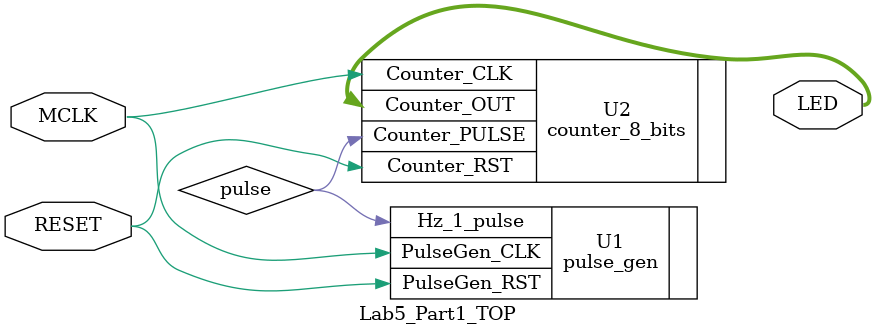
<source format=v>
`timescale 1ns / 1ps
/* *********************************************************************************
*	Module name: Lab5_Part1_TOP.v
*	Description: Verilog top module for Lab5-Part 1. All needed modules are instantiated
*					 below. Inputs are Baysys2 MCLK and a reset switch on Baysys2 board.
*					 Outputs are 8 LEDs. 
*
*	Author				Date						Revision		Comments	
************************************************************************************
*	Leonardo Fusser	15 November 2021		v1.0.0		Created Lab5_Part1_TOP.v file.
*	Leonardo Fusser	27 November 2021		v1.0.1		Completed Lab5_Part1_TOP.v file.
************************************************************************************/

module Lab5_Part1_TOP(
    input MCLK, RESET,	//MCLCK and RESET inputs.
	 output [7:0] LED		//8 LED outputs.
	 );
	 
	 /*Internal wire declarations*/
	 wire pulse;
	 
	 /*pulse_gen module instantiation*/
	 pulse_gen U1(
		.PulseGen_CLK(MCLK),		//Provides MCLK as input to module.
		.PulseGen_RST(RESET),	//Provides RESET as input to module.
		.Hz_1_pulse(pulse)		//Takes 1Hz pulse as output from module.
	 );

	/*counter_8_bits module instantiation*/
	counter_8_bits U2(
		.Counter_CLK(MCLK),		//Provides MCLK as input to module.
		.Counter_PULSE(pulse),	//Receives 1Hz pulse as input to module.
		.Counter_RST(RESET),		//Provides RESET as input to module.
		.Counter_OUT(LED)			//Takes counter output as output from module.
	);

endmodule

</source>
